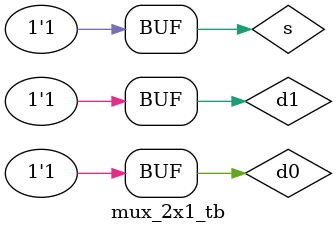
<source format=v>
module mux_2x1(d0,d1,s,y);
	input d0,d1,s;
	output y;
	assign y = (d0&(~s))| (d1&s);
endmodule

//TestBench

module mux_2x1_tb;
	reg d0,d1,s;
	wire y;
	
	mux_2x1 dut(d0,d1,s,y);
	
	initial begin
		s=0; d0=0; d1=0; #10;
		s=0; d0=0; d1=1; #10;
		s=0; d0=1; d1=0; #10;
		s=0; d0=1; d1=1; #10;
		s=1; d0=0; d1=0; #10;
		s=1; d0=0; d1=1; #10;
		s=1; d0=1; d1=0; #10;
		s=1; d0=1; d1=1; #10;
	end
endmodule
	
</source>
